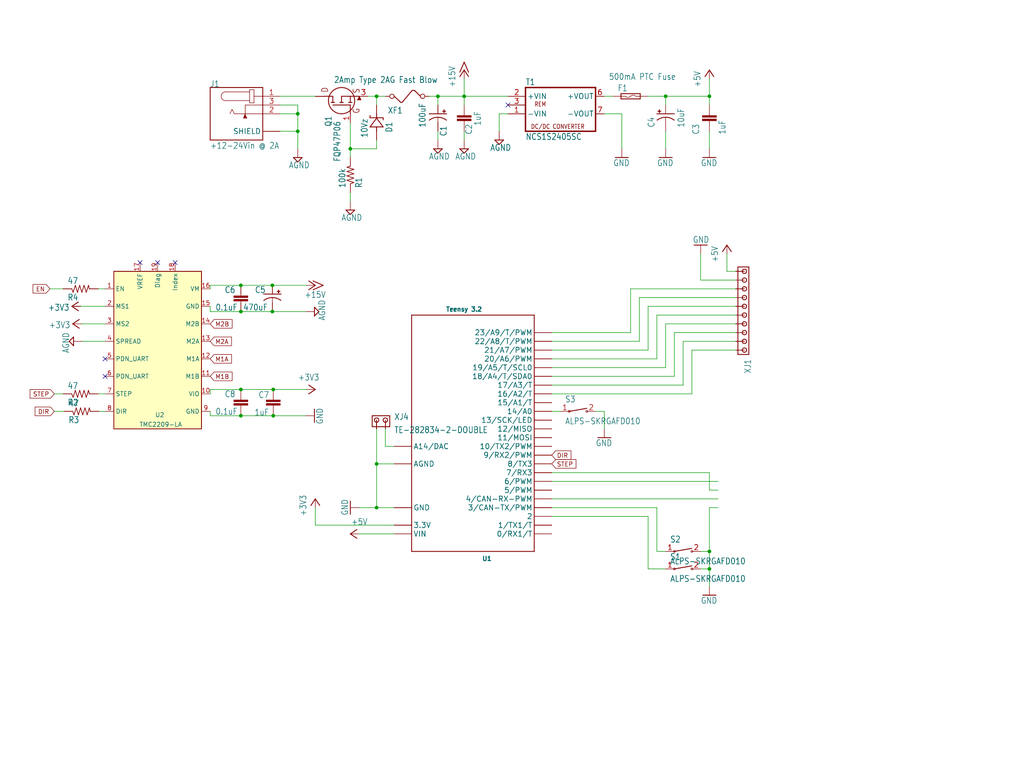
<source format=kicad_sch>
(kicad_sch (version 20250114) (generator "eeschema") (generator_version "9.0")
  (paper "User" 297.002 225.247)
  (lib_symbols
    (symbol "Driver_Motor:TMC2209-LA"
      (property "Reference" "U2" (at -0.762 -16.256 0))
      (property "Value" "TMC2209-LA" (at -5.334 -19.05 0))
      (symbol "TMC2209-LA_0_1"
        (rectangle (start -12.7 25.4) (end 12.7 -20.32) (stroke (width 0.254)) (fill (type background)))
      )
      (symbol "TMC2209-LA_1_1"
        (pin input line (at -15.24 20.32 0) (length 2.54) (name "EN") (number "1"))
        (pin input line (at -15.24 15.24 0) (length 2.54) (name "MS1") (number "2"))
        (pin input line (at -15.24 10.16 0) (length 2.54) (name "MS2") (number "3"))
        (pin input line (at -15.24 5.08 0) (length 2.54) (name "SPREAD") (number "4"))
        (pin input line (at -15.24 0 0) (length 2.54) (name "PDN_UART") (number "5"))
        (pin input line (at -15.24 -5.08 0) (length 2.54) (name "PDN_UART") (number "6"))
        (pin input line (at -15.24 -10.16 0) (length 2.54) (name "STEP") (number "7"))
        (pin input line (at -15.24 -15.24 0) (length 2.54) (name "DIR") (number "8"))
        (pin passive line (at -5.08 27.94 270) (length 2.54) (name "VREF") (number "17"))
        (pin passive line (at 0 27.94 270) (length 2.54) (name "Diag") (number "19"))
        (pin passive line (at 5.08 27.94 270) (length 2.54) (name "Index") (number "18"))
        (pin power_out line (at 15.24 20.32 180) (length 2.54) (name "VM") (number "16"))
        (pin input line (at 15.24 15.24 180) (length 2.54) (name "GND") (number "15"))
        (pin input line (at 15.24 10.16 180) (length 2.54) (name "M2B") (number "14"))
        (pin output line (at 15.24 5.08 180) (length 2.54) (name "M2A") (number "13"))
        (pin output line (at 15.24 0 180) (length 2.54) (name "M1A") (number "12"))
        (pin output line (at 15.24 -5.08 180) (length 2.54) (name "M1B") (number "11"))
        (pin output line (at 15.24 -10.16 180) (length 2.54) (name "VIO") (number "10"))
        (pin input line (at 15.24 -15.24 180) (length 2.54) (name "GND") (number "9"))
      )
    )
    (symbol "OpenSourceSyringePump-eagle-import:+15V" (power)
      (symbol "+15V_1_0"
        (polyline (pts (xy 0 2.286) (xy -1.27 -0.635)) (stroke (width 0.254)))
        (polyline (pts (xy 0 0) (xy -1.27 -1.905)) (stroke (width 0.254)))
        (polyline (pts (xy 1.27 -0.635) (xy 0 2.286)) (stroke (width 0.254)))
        (polyline (pts (xy 1.27 -1.905) (xy 0 0)) (stroke (width 0.254)))
        (pin power_in line (at 0 -2.54 90) (length 2.54) (name "+15V") (number "1"))
      )
    )
    (symbol "OpenSourceSyringePump-eagle-import:+3V3" (power)
      (symbol "+3V3_1_0"
        (polyline (pts (xy 0 0) (xy -1.27 -1.905)) (stroke (width 0.254)))
        (polyline (pts (xy 1.27 -1.905) (xy 0 0)) (stroke (width 0.254)))
        (pin power_in line (at 0 -2.54 90) (length 2.54) (name "+3V3") (number "1"))
      )
    )
    (symbol "OpenSourceSyringePump-eagle-import:+5V" (power)
      (symbol "+5V_1_0"
        (polyline (pts (xy 0 0) (xy -1.27 -1.905)) (stroke (width 0.254)))
        (polyline (pts (xy 1.27 -1.905) (xy 0 0)) (stroke (width 0.254)))
        (pin power_in line (at 0 -2.54 90) (length 2.54) (name "+5V") (number "1"))
      )
    )
    (symbol "OpenSourceSyringePump-eagle-import:AGND" (power)
      (symbol "AGND_1_0"
        (polyline (pts (xy -1.27 0) (xy 1.27 0)) (stroke (width 0.254)))
        (polyline (pts (xy 0 -1.27) (xy -1.27 0)) (stroke (width 0.254)))
        (polyline (pts (xy 1.27 0) (xy 0 -1.27)) (stroke (width 0.254)))
        (pin power_in line (at 0 2.54 270) (length 2.54) (name "AGND") (number "1"))
      )
    )
    (symbol "OpenSourceSyringePump-eagle-import:ALPS-SKRGAFD010"
      (property "Reference" "S" (at -3.81 2.54 0))
      (symbol "ALPS-SKRGAFD010_1_0"
        (circle (center -2.54 0) (radius 0.2839))
        (polyline (pts (xy -2.54 0) (xy 2.54 0.889)) (stroke (width 0.254)))
        (circle (center 2.54 0) (radius 0.2839))
        (pin passive line (at -5.08 0 0) (length 2.54) (name "1") (number "1"))
        (pin passive line (at 5.08 0 180) (length 2.54) (name "2") (number "2"))
      )
    )
    (symbol "OpenSourceSyringePump-eagle-import:BOURNS-MF-R025"
      (property "Reference" "F" (at -3.81 1.397 0))
      (symbol "BOURNS-MF-R025_1_0"
        (polyline (pts (xy -2.794 0.762) (xy -2.794 -0.762)) (stroke (width 0.254)))
        (polyline (pts (xy -2.794 -0.762) (xy 2.794 -0.762)) (stroke (width 0.254)))
        (polyline (pts (xy -2.54 0) (xy -1.524 0)) (stroke (width 0.1524)))
        (arc (start -0.0001 -0.0001) (mid -0.7621 -0.3266) (end -1.524 0) (stroke (width 0.1524)))
        (arc (start 0.0001 0.0001) (mid 0.7621 0.3266) (end 1.524 0) (stroke (width 0.1524)))
        (polyline (pts (xy 1.524 0) (xy 2.54 0)) (stroke (width 0.1524)))
        (polyline (pts (xy 2.794 0.762) (xy -2.794 0.762)) (stroke (width 0.254)))
        (polyline (pts (xy 2.794 -0.762) (xy 2.794 0.762)) (stroke (width 0.254)))
        (pin passive line (at -5.08 0 0) (length 2.54) (name "1") (number "1"))
        (pin passive line (at 5.08 0 180) (length 2.54) (name "2") (number "2"))
      )
    )
    (symbol "OpenSourceSyringePump-eagle-import:BZX79C10"
      (property "Reference" "D" (at -2.9464 2.6416 0))
      (symbol "BZX79C10_1_0"
        (polyline (pts (xy -1.27 1.905) (xy -1.27 0)) (stroke (width 0.254)))
        (polyline (pts (xy -1.27 0) (xy -2.54 0)) (stroke (width 0.254)))
        (polyline (pts (xy -1.27 0) (xy -1.27 -1.905)) (stroke (width 0.254)))
        (polyline (pts (xy -1.27 -1.905) (xy 1.27 0)) (stroke (width 0.254)))
        (polyline (pts (xy 1.27 0) (xy -1.27 1.905)) (stroke (width 0.254)))
        (polyline (pts (xy 1.27 0) (xy 2.54 0)) (stroke (width 0.254)))
        (polyline (pts (xy 1.397 1.905) (xy 0.762 1.905)) (stroke (width 0.254)))
        (polyline (pts (xy 1.397 1.905) (xy 1.397 -1.905)) (stroke (width 0.254)))
        (polyline (pts (xy 1.397 -1.905) (xy 2.032 -1.905)) (stroke (width 0.254)))
        (pin passive line (at -5.08 0 0) (length 2.54) (name "A") (number "A"))
        (pin passive line (at 5.08 0 180) (length 2.54) (name "C") (number "C"))
      )
    )
    (symbol "OpenSourceSyringePump-eagle-import:EEUFR1H101"
      (property "Reference" "C" (at -3.175 -4.064 90))
      (symbol "EEUFR1H101_1_0"
        (polyline (pts (xy -2.54 0) (xy 2.54 0)) (stroke (width 0.254)))
        (rectangle (start -2.253 0.668) (end -1.364 0.795) (fill (type outline)))
        (rectangle (start -1.872 0.287) (end -1.745 1.176) (fill (type outline)))
        (arc (start 0 -1) (mid 1.3158 -1.2195) (end 2.4892 -1.8541) (stroke (width 0.254)))
        (arc (start -2.4669 -1.8504) (mid -1.3021 -1.2303) (end 0 -1.0161) (stroke (width 0.254)))
        (polyline (pts (xy 0 -1.016) (xy 0 -2.54)) (stroke (width 0.1524)))
        (pin passive line (at 0 2.54 270) (length 2.54) (name "+") (number "+"))
        (pin passive line (at 0 -5.08 90) (length 2.54) (name "-") (number "-"))
      )
    )
    (symbol "OpenSourceSyringePump-eagle-import:FQP47P06"
      (property "Reference" "Q" (at 11.43 3.81 0))
      (symbol "FQP47P06_1_0"
        (polyline (pts (xy 2.54 0) (xy 5.08 0)) (stroke (width 0.254)))
        (polyline (pts (xy 5.08 5.08) (xy 5.08 0)) (stroke (width 0.254)))
        (polyline (pts (xy 5.842 5.588) (xy 5.842 4.572)) (stroke (width 0.254)))
        (polyline (pts (xy 5.842 2.032) (xy 5.842 3.048)) (stroke (width 0.254)))
        (polyline (pts (xy 5.842 0) (xy 7.62 0)) (stroke (width 0.254)))
        (polyline (pts (xy 5.842 -0.508) (xy 5.842 0.508)) (stroke (width 0.254)))
        (circle (center 6.35 2.54) (radius 3.81) (stroke (width 0.254)))
        (polyline (pts (xy 7.62 5.08) (xy 5.842 5.08)) (stroke (width 0.254)))
        (polyline (pts (xy 7.62 5.08) (xy 7.62 7.62)) (stroke (width 0.254)))
        (polyline (pts (xy 7.62 2.54) (xy 5.842 2.54)) (stroke (width 0.254)))
        (polyline (pts (xy 7.62 2.54) (xy 7.62 -2.54)) (stroke (width 0.254)))
        (polyline (pts (xy 7.62 -2.54) (xy 6.604 -3.048) (xy 6.604 -2.032)) (stroke (width 0.254)) (fill (type outline)))
        (text "G" (at 2.54 -2.794 0) (effects (font (size 1.778 1.5113)) (justify left bottom)))
        (text "S" (at 8.382 -2.794 0) (effects (font (size 1.778 1.5113)) (justify left bottom)))
        (text "D" (at 8.636 6.35 0) (effects (font (size 1.778 1.5113)) (justify left bottom)))
        (pin bidirectional line (at 0 0 0) (length 2.54) (name "G") (number "1"))
        (pin bidirectional line (at 7.62 10.16 270) (length 2.54) (name "D") (number "2"))
        (pin bidirectional line (at 7.62 10.16 270) (length 2.54) (name "D") (number "MH"))
        (pin bidirectional line (at 7.62 -5.08 90) (length 2.54) (name "S") (number "3"))
      )
    )
    (symbol "OpenSourceSyringePump-eagle-import:GND" (power)
      (symbol "GND_1_0"
        (polyline (pts (xy -1.905 0) (xy 1.905 0)) (stroke (width 0.254)))
        (pin power_in line (at 0 2.54 270) (length 2.54) (name "GND") (number "1"))
      )
    )
    (symbol "OpenSourceSyringePump-eagle-import:K105Z20Y5VF5TL2"
      (property "Reference" "C" (at -2.921 -6.096 90))
      (symbol "K105Z20Y5VF5TL2_1_0"
        (rectangle (start -2.032 -1.016) (end 2.032 -0.508) (fill (type outline)))
        (rectangle (start -2.032 -2.032) (end 2.032 -1.524) (fill (type outline)))
        (polyline (pts (xy 0 0) (xy 0 -0.508)) (stroke (width 0.1524)))
        (polyline (pts (xy 0 -2.54) (xy 0 -2.032)) (stroke (width 0.1524)))
        (pin passive line (at 0 2.54 270) (length 2.54) (name "1") (number "1"))
        (pin passive line (at 0 -5.08 90) (length 2.54) (name "2") (number "2"))
      )
    )
    (symbol "OpenSourceSyringePump-eagle-import:LITTLEFUSE-02540101Z"
      (property "Reference" "XF" (at -5.08 2.54 0))
      (symbol "LITTLEFUSE-02540101Z_1_0"
        (polyline (pts (xy -5.08 0) (xy -3.556 1.524)) (stroke (width 0.254)))
        (arc (start -3.5992 1.4912) (mid -3.3477 1.6657) (end -3.0479 1.7272) (stroke (width 0.254)))
        (arc (start -3.048 1.7272) (mid -2.7477 1.6658) (end -2.4959 1.491) (stroke (width 0.254)))
        (polyline (pts (xy 0 -1.524) (xy -2.54 1.524)) (stroke (width 0.254)))
        (arc (start 0.4572 -1.7778) (mid 0.1804 -1.7121) (end -0.0178 -1.508) (stroke (width 0.254)))
        (arc (start 0.8965 -1.4765) (mid 0.7195 -1.6894) (end 0.4572 -1.778) (stroke (width 0.254)))
        (polyline (pts (xy 0.889 -1.4986) (xy 2.4892 0)) (stroke (width 0.254)))
        (pin passive inverted (at -7.62 0 0) (length 2.54) (name "1") (number "1"))
        (pin passive inverted (at 5.08 0 180) (length 2.54) (name "2") (number "2"))
      )
    )
    (symbol "OpenSourceSyringePump-eagle-import:MURATA-NCS1S2405SC"
      (property "Reference" "T" (at -10.16 5.715 0))
      (symbol "MURATA-NCS1S2405SC_1_0"
        (polyline (pts (xy -10.16 5.08) (xy 10.16 5.08)) (stroke (width 0.4064)))
        (polyline (pts (xy -10.16 -7.62) (xy -10.16 5.08)) (stroke (width 0.4064)))
        (polyline (pts (xy 10.16 5.08) (xy 10.16 -7.62)) (stroke (width 0.4064)))
        (polyline (pts (xy 10.16 -7.62) (xy -10.16 -7.62)) (stroke (width 0.4064)))
        (text "DC/DC CONVERTER" (at -8.636 -6.985 0) (effects (font (size 1.27 1.0795)) (justify left bottom)))
        (text "REM" (at -7.62 -0.508 0) (effects (font (size 1.27 1.0795)) (justify left bottom)))
        (pin power_in line (at -15.24 2.54 0) (length 5.08) (name "+VIN") (number "2"))
        (pin bidirectional line (at -15.24 0 0) (length 5.08) (name "REM") (number "3"))
        (pin power_in line (at -15.24 -2.54 0) (length 5.08) (name "-VIN") (number "1"))
        (pin power_in line (at 12.7 2.54 180) (length 2.54) (name "+VOUT") (number "6"))
        (pin power_in line (at 12.7 -2.54 180) (length 2.54) (name "-VOUT") (number "7"))
      )
    )
    (symbol "OpenSourceSyringePump-eagle-import:PJ-079AH"
      (property "Reference" "J" (at -7.7135 7.6906 0))
      (symbol "PJ-079AH_1_0"
        (polyline (pts (xy -7.62 7.62) (xy 7.62 7.62)) (stroke (width 0.254)))
        (polyline (pts (xy -7.62 -7.62) (xy -7.62 7.62)) (stroke (width 0.254)))
        (polyline (pts (xy -3.175 6.35) (xy 3.81 6.35)) (stroke (width 0.1524)))
        (arc (start -3.175 3.81) (mid -4.445 5.08) (end -3.175 6.35) (stroke (width 0.1524)))
        (polyline (pts (xy -1.27 1.27) (xy -1.905 0)) (stroke (width 0.1524)))
        (polyline (pts (xy -0.635 0) (xy -1.27 1.27)) (stroke (width 0.1524)))
        (polyline (pts (xy 2.54 2.54) (xy 2.54 0)) (stroke (width 0.1524)))
        (polyline (pts (xy 2.54 2.54) (xy 7.62 2.54)) (stroke (width 0.1524)))
        (polyline (pts (xy 2.54 0) (xy -0.635 0)) (stroke (width 0.1524)))
        (polyline (pts (xy 2.54 0) (xy 7.62 0)) (stroke (width 0.1524)))
        (polyline (pts (xy 2.54 0) (xy 2.032 -1.27) (xy 3.048 -1.27)) (stroke (width 0.1524)) (fill (type outline)))
        (polyline (pts (xy 3.81 6.985) (xy 3.81 6.35)) (stroke (width 0.1524)))
        (polyline (pts (xy 3.81 6.35) (xy 3.81 3.81)) (stroke (width 0.1524)))
        (polyline (pts (xy 3.81 3.81) (xy -3.175 3.81)) (stroke (width 0.1524)))
        (polyline (pts (xy 3.81 3.81) (xy 3.81 3.175)) (stroke (width 0.1524)))
        (polyline (pts (xy 3.81 3.175) (xy 5.08 3.175)) (stroke (width 0.1524)))
        (polyline (pts (xy 5.08 6.985) (xy 3.81 6.985)) (stroke (width 0.1524)))
        (polyline (pts (xy 5.08 5.08) (xy 5.08 6.985)) (stroke (width 0.1524)))
        (polyline (pts (xy 5.08 5.08) (xy 7.62 5.08)) (stroke (width 0.1524)))
        (polyline (pts (xy 5.08 3.175) (xy 5.08 5.08)) (stroke (width 0.1524)))
        (polyline (pts (xy 7.62 7.62) (xy 7.62 5.08)) (stroke (width 0.254)))
        (polyline (pts (xy 7.62 5.08) (xy 7.62 2.54)) (stroke (width 0.254)))
        (polyline (pts (xy 7.62 2.54) (xy 7.62 0)) (stroke (width 0.254)))
        (polyline (pts (xy 7.62 0) (xy 7.62 -7.62)) (stroke (width 0.254)))
        (polyline (pts (xy 7.62 -7.62) (xy -7.62 -7.62)) (stroke (width 0.254)))
        (pin passive line (at 12.7 5.08 180) (length 5.08) (name "1") (number "1"))
        (pin passive line (at 12.7 2.54 180) (length 5.08) (name "3") (number "3"))
        (pin passive line (at 12.7 0 180) (length 5.08) (name "2") (number "2"))
        (pin passive line (at 12.7 -5.08 180) (length 5.08) (name "SHIELD") (number "S1"))
        (pin passive line (at 12.7 -5.08 180) (length 5.08) (name "SHIELD") (number "S2"))
      )
    )
    (symbol "OpenSourceSyringePump-eagle-import:RESISTOR.25W"
      (property "Reference" "R" (at -3.81 1.4986 0))
      (symbol "RESISTOR.25W_1_0"
        (polyline (pts (xy -2.54 0) (xy -2.159 1.016)) (stroke (width 0.2032)))
        (polyline (pts (xy -2.159 1.016) (xy -1.524 -1.016)) (stroke (width 0.2032)))
        (polyline (pts (xy -1.524 -1.016) (xy -0.889 1.016)) (stroke (width 0.2032)))
        (polyline (pts (xy -0.889 1.016) (xy -0.254 -1.016)) (stroke (width 0.2032)))
        (polyline (pts (xy -0.254 -1.016) (xy 0.381 1.016)) (stroke (width 0.2032)))
        (polyline (pts (xy 0.381 1.016) (xy 1.016 -1.016)) (stroke (width 0.2032)))
        (polyline (pts (xy 1.016 -1.016) (xy 1.651 1.016)) (stroke (width 0.2032)))
        (polyline (pts (xy 1.651 1.016) (xy 2.286 -1.016)) (stroke (width 0.2032)))
        (polyline (pts (xy 2.286 -1.016) (xy 2.54 0)) (stroke (width 0.2032)))
        (pin passive line (at -5.08 0 0) (length 2.54) (name "1") (number "1"))
        (pin passive line (at 5.08 0 180) (length 2.54) (name "2") (number "2"))
      )
    )
    (symbol "OpenSourceSyringePump-eagle-import:TAP106K025SCS"
      (property "Reference" "C" (at -3.175 -4.064 90))
      (symbol "TAP106K025SCS_1_0"
        (polyline (pts (xy -2.54 0) (xy 2.54 0)) (stroke (width 0.254)))
        (rectangle (start -2.253 0.668) (end -1.364 0.795) (fill (type outline)))
        (rectangle (start -1.872 0.287) (end -1.745 1.176) (fill (type outline)))
        (arc (start 0 -1) (mid 1.3158 -1.2195) (end 2.4892 -1.8541) (stroke (width 0.254)))
        (arc (start -2.4669 -1.8504) (mid -1.3021 -1.2303) (end 0 -1.0161) (stroke (width 0.254)))
        (polyline (pts (xy 0 -1.016) (xy 0 -2.54)) (stroke (width 0.1524)))
        (pin passive line (at 0 2.54 270) (length 2.54) (name "+") (number "+"))
        (pin passive line (at 0 -5.08 90) (length 2.54) (name "-") (number "-"))
      )
    )
    (symbol "OpenSourceSyringePump-eagle-import:TE-1-282834-0-DOUBLE"
      (property "Reference" "XJ" (at 25.4 0 0))
      (symbol "TE-1-282834-0-DOUBLE_1_0"
        (polyline (pts (xy -1.27 1.27) (xy -1.27 -1.905)) (stroke (width 0.254)))
        (polyline (pts (xy -1.27 1.27) (xy 24.13 1.27)) (stroke (width 0.254)))
        (circle (center 0 0) (radius 0.635) (stroke (width 0.254)))
        (circle (center 2.54 0) (radius 0.635) (stroke (width 0.254)))
        (circle (center 5.08 0) (radius 0.635) (stroke (width 0.254)))
        (circle (center 7.62 0) (radius 0.635) (stroke (width 0.254)))
        (circle (center 10.16 0) (radius 0.635) (stroke (width 0.254)))
        (circle (center 12.7 0) (radius 0.635) (stroke (width 0.254)))
        (circle (center 15.24 0) (radius 0.635) (stroke (width 0.254)))
        (circle (center 17.78 0) (radius 0.635) (stroke (width 0.254)))
        (circle (center 20.32 0) (radius 0.635) (stroke (width 0.254)))
        (circle (center 22.86 0) (radius 0.635) (stroke (width 0.254)))
        (polyline (pts (xy 24.13 -1.905) (xy -1.27 -1.905)) (stroke (width 0.254)))
        (polyline (pts (xy 24.13 -1.905) (xy 24.13 1.27)) (stroke (width 0.254)))
        (pin passive line (at 0 -2.54 90) (length 2.54) (name "1") (number "1"))
        (pin passive line (at 0 -2.54 90) (length 2.54) (name "1") (number "P$1"))
        (pin passive line (at 2.54 -2.54 90) (length 2.54) (name "2") (number "2"))
        (pin passive line (at 2.54 -2.54 90) (length 2.54) (name "2") (number "P$2"))
        (pin passive line (at 5.08 -2.54 90) (length 2.54) (name "3") (number "3"))
        (pin passive line (at 5.08 -2.54 90) (length 2.54) (name "3") (number "P$3"))
        (pin passive line (at 7.62 -2.54 90) (length 2.54) (name "4") (number "4"))
        (pin passive line (at 7.62 -2.54 90) (length 2.54) (name "4") (number "P$4"))
        (pin passive line (at 10.16 -2.54 90) (length 2.54) (name "5") (number "5"))
        (pin passive line (at 10.16 -2.54 90) (length 2.54) (name "5") (number "P$5"))
        (pin passive line (at 12.7 -2.54 90) (length 2.54) (name "6") (number "6"))
        (pin passive line (at 12.7 -2.54 90) (length 2.54) (name "6") (number "P$6"))
        (pin passive line (at 15.24 -2.54 90) (length 2.54) (name "7") (number "7"))
        (pin passive line (at 15.24 -2.54 90) (length 2.54) (name "7") (number "P$7"))
        (pin passive line (at 17.78 -2.54 90) (length 2.54) (name "8") (number "8"))
        (pin passive line (at 17.78 -2.54 90) (length 2.54) (name "8") (number "P$8"))
        (pin passive line (at 20.32 -2.54 90) (length 2.54) (name "9") (number "9"))
        (pin passive line (at 20.32 -2.54 90) (length 2.54) (name "9") (number "P$9"))
        (pin passive line (at 22.86 -2.54 90) (length 2.54) (name "10") (number "10"))
        (pin passive line (at 22.86 -2.54 90) (length 2.54) (name "10") (number "P$10"))
      )
    )
    (symbol "OpenSourceSyringePump-eagle-import:TE-282834-2-DOUBLE"
      (property "Reference" "XJ" (at 5.08 0 0))
      (symbol "TE-282834-2-DOUBLE_1_0"
        (polyline (pts (xy -1.27 1.27) (xy -1.27 -1.905)) (stroke (width 0.254)))
        (polyline (pts (xy -1.27 1.27) (xy 3.81 1.27)) (stroke (width 0.254)))
        (circle (center 0 0) (radius 0.635) (stroke (width 0.254)))
        (circle (center 2.54 0) (radius 0.635) (stroke (width 0.254)))
        (polyline (pts (xy 3.81 -1.905) (xy -1.27 -1.905)) (stroke (width 0.254)))
        (polyline (pts (xy 3.81 -1.905) (xy 3.81 1.27)) (stroke (width 0.254)))
        (pin passive line (at 0 -2.54 90) (length 2.54) (name "1") (number "1"))
        (pin passive line (at 0 -2.54 90) (length 2.54) (name "1") (number "P$1"))
        (pin passive line (at 2.54 -2.54 90) (length 2.54) (name "2") (number "2"))
        (pin passive line (at 2.54 -2.54 90) (length 2.54) (name "2") (number "P$2"))
      )
    )
    (symbol "OpenSourceSyringePump-eagle-import:TEENSY_3.1-3.2_OUTER_ROW"
      (property "Reference" "U" (at -5.588 34.29 0))
      (symbol "TEENSY_3.1-3.2_OUTER_ROW_1_0"
        (polyline (pts (xy -17.78 33.02) (xy -17.78 -35.56)) (stroke (width 0.254)))
        (polyline (pts (xy -17.78 -35.56) (xy 17.78 -35.56)) (stroke (width 0.254)))
        (polyline (pts (xy 17.78 33.02) (xy -17.78 33.02)) (stroke (width 0.254)))
        (polyline (pts (xy 17.78 -35.56) (xy 17.78 33.02)) (stroke (width 0.254)))
        (pin bidirectional line (at -22.86 27.94 0) (length 5.08) (name "0/RX1/T") (number "0"))
        (pin bidirectional line (at -22.86 25.4 0) (length 5.08) (name "1/TX1/T") (number "1"))
        (pin bidirectional line (at -22.86 22.86 0) (length 5.08) (name "2") (number "2"))
        (pin bidirectional line (at -22.86 20.32 0) (length 5.08) (name "3/CAN-TX/PWM") (number "3"))
        (pin bidirectional line (at -22.86 17.78 0) (length 5.08) (name "4/CAN-RX-PWM") (number "4"))
        (pin bidirectional line (at -22.86 15.24 0) (length 5.08) (name "5/PWM") (number "5"))
        (pin bidirectional line (at -22.86 12.7 0) (length 5.08) (name "6/PWM") (number "6"))
        (pin bidirectional line (at -22.86 10.16 0) (length 5.08) (name "7/RX3") (number "7"))
        (pin bidirectional line (at -22.86 7.62 0) (length 5.08) (name "8/TX3") (number "8"))
        (pin bidirectional line (at -22.86 5.08 0) (length 5.08) (name "9/RX2/PWM") (number "9"))
        (pin bidirectional line (at -22.86 2.54 0) (length 5.08) (name "10/TX2/PWM") (number "10"))
        (pin bidirectional line (at -22.86 0 0) (length 5.08) (name "11/MOSI") (number "11"))
        (pin bidirectional line (at -22.86 -2.54 0) (length 5.08) (name "12/MISO") (number "12"))
        (pin bidirectional line (at -22.86 -5.08 0) (length 5.08) (name "13/SCK/LED") (number "13"))
        (pin bidirectional line (at -22.86 -7.62 0) (length 5.08) (name "14/A0") (number "14/A0"))
        (pin bidirectional line (at -22.86 -10.16 0) (length 5.08) (name "15/A1/T") (number "15/A1"))
        (pin bidirectional line (at -22.86 -12.7 0) (length 5.08) (name "16/A2/T") (number "16/A2"))
        (pin bidirectional line (at -22.86 -15.24 0) (length 5.08) (name "17/A3/T") (number "17/A3"))
        (pin bidirectional line (at -22.86 -17.78 0) (length 5.08) (name "18/A4/T/SDA0") (number "18/A4"))
        (pin bidirectional line (at -22.86 -20.32 0) (length 5.08) (name "19/A5/T/SCL0") (number "19/A5"))
        (pin bidirectional line (at -22.86 -22.86 0) (length 5.08) (name "20/A6/PWM") (number "20/A6"))
        (pin bidirectional line (at -22.86 -25.4 0) (length 5.08) (name "21/A7/PWM") (number "21/A7"))
        (pin bidirectional line (at -22.86 -27.94 0) (length 5.08) (name "22/A8/T/PWM") (number "22/A8"))
        (pin bidirectional line (at -22.86 -30.48 0) (length 5.08) (name "23/A9/T/PWM") (number "23/A9"))
        (pin power_in line (at 22.86 27.94 180) (length 5.08) (name "VIN") (number "VIN"))
        (pin power_in line (at 22.86 25.4 180) (length 5.08) (name "3.3V") (number "3.3V"))
        (pin power_in line (at 22.86 20.32 180) (length 5.08) (name "GND") (number "GND"))
        (pin power_in line (at 22.86 7.62 180) (length 5.08) (name "AGND") (number "AGND"))
        (pin bidirectional line (at 22.86 2.54 180) (length 5.08) (name "A14/DAC") (number "RESET/DAC"))
      )
    )
  )
  (junction (at 79.248 120.65))
  (junction (at 101.6 43.18))
  (junction (at 127 27.94))
  (junction (at 78.994 82.804))
  (junction (at 205.74 27.94))
  (junction (at 86.36 38.1))
  (junction (at 79.248 113.03))
  (junction (at 109.22 147.32))
  (junction (at 69.85 113.03))
  (junction (at 69.85 120.65))
  (junction (at 205.74 165.1))
  (junction (at 69.85 90.424))
  (junction (at 109.22 27.94))
  (junction (at 193.04 27.94))
  (junction (at 134.62 27.94))
  (junction (at 109.22 134.62))
  (junction (at 205.74 160.02))
  (junction (at 78.994 90.424))
  (junction (at 69.85 82.804))
  (junction (at 86.36 33.02))
  (no_connect (at 40.64 76.2))
  (no_connect (at 147.32 30.48))
  (no_connect (at 30.48 104.14))
  (no_connect (at 45.72 76.2))
  (no_connect (at 50.8 76.2))
  (no_connect (at 30.48 109.22))
  (wire (pts (xy 185.42 99.06) (xy 185.42 86.36)) (stroke (width 0.1524)))
  (wire (pts (xy 15.748 114.3) (xy 18.288 114.3)))
  (wire (pts (xy 190.5 104.14) (xy 190.5 91.44)) (stroke (width 0.1524)))
  (wire (pts (xy 198.12 99.06) (xy 213.36 99.06)) (stroke (width 0.1524)))
  (wire (pts (xy 182.88 83.82) (xy 213.36 83.82)) (stroke (width 0.1524)))
  (wire (pts (xy 28.448 83.82) (xy 30.48 83.82)))
  (wire (pts (xy 134.62 30.48) (xy 134.62 27.94)) (stroke (width 0.1524)))
  (wire (pts (xy 134.62 38.1) (xy 134.62 40.64)) (stroke (width 0.1524)))
  (wire (pts (xy 109.22 27.94) (xy 111.76 27.94)) (stroke (width 0.1524)))
  (wire (pts (xy 60.96 119.38) (xy 60.96 120.65)))
  (wire (pts (xy 193.04 160.02) (xy 190.5 160.02)) (stroke (width 0.1524)))
  (wire (pts (xy 101.6 55.88) (xy 101.6 58.42)) (stroke (width 0.1524)))
  (wire (pts (xy 205.74 137.16) (xy 205.74 142.24)) (stroke (width 0.1524)))
  (wire (pts (xy 205.74 30.48) (xy 205.74 27.94)) (stroke (width 0.1524)))
  (wire (pts (xy 127 38.1) (xy 127 40.64)) (stroke (width 0.1524)))
  (wire (pts (xy 205.74 27.94) (xy 205.74 22.86)) (stroke (width 0.1524)))
  (wire (pts (xy 23.368 88.9) (xy 30.48 88.9)))
  (wire (pts (xy 193.04 38.1) (xy 193.04 43.18)) (stroke (width 0.1524)))
  (wire (pts (xy 160.02 119.38) (xy 162.56 119.38)) (stroke (width 0.1524)))
  (wire (pts (xy 185.42 86.36) (xy 213.36 86.36)) (stroke (width 0.1524)))
  (wire (pts (xy 160.02 99.06) (xy 185.42 99.06)) (stroke (width 0.1524)))
  (wire (pts (xy 208.28 147.32) (xy 205.74 147.32)) (stroke (width 0.1524)))
  (wire (pts (xy 78.994 82.804) (xy 88.9 82.804)))
  (wire (pts (xy 180.34 33.02) (xy 175.26 33.02)) (stroke (width 0.1524)))
  (wire (pts (xy 160.02 104.14) (xy 190.5 104.14)) (stroke (width 0.1524)))
  (wire (pts (xy 106.68 27.94) (xy 109.22 27.94)) (stroke (width 0.1524)))
  (wire (pts (xy 60.96 90.424) (xy 60.96 88.9)))
  (wire (pts (xy 190.5 147.32) (xy 160.02 147.32)) (stroke (width 0.1524)))
  (wire (pts (xy 193.04 93.98) (xy 213.36 93.98)) (stroke (width 0.1524)))
  (wire (pts (xy 114.3 134.62) (xy 109.22 134.62)) (stroke (width 0.1524)))
  (wire (pts (xy 69.85 120.65) (xy 79.248 120.65)))
  (wire (pts (xy 205.74 165.1) (xy 205.74 170.18)) (stroke (width 0.1524)))
  (wire (pts (xy 86.36 33.02) (xy 86.36 38.1)) (stroke (width 0.1524)))
  (wire (pts (xy 28.448 114.3) (xy 30.48 114.3)))
  (wire (pts (xy 200.66 101.6) (xy 213.36 101.6)) (stroke (width 0.1524)))
  (wire (pts (xy 114.3 154.94) (xy 104.14 154.94)) (stroke (width 0.1524)))
  (wire (pts (xy 111.76 124.46) (xy 111.76 129.54)) (stroke (width 0.1524)))
  (wire (pts (xy 127 30.48) (xy 127 27.94)) (stroke (width 0.1524)))
  (wire (pts (xy 205.74 38.1) (xy 205.74 43.18)) (stroke (width 0.1524)))
  (wire (pts (xy 101.6 35.56) (xy 101.6 43.18)) (stroke (width 0.1524)))
  (wire (pts (xy 81.28 33.02) (xy 86.36 33.02)) (stroke (width 0.1524)))
  (wire (pts (xy 210.82 73.66) (xy 210.82 78.74)) (stroke (width 0.1524)))
  (wire (pts (xy 109.22 40.64) (xy 109.22 43.18)) (stroke (width 0.1524)))
  (wire (pts (xy 160.02 137.16) (xy 205.74 137.16)) (stroke (width 0.1524)))
  (wire (pts (xy 79.248 120.65) (xy 88.646 120.65)))
  (wire (pts (xy 78.994 90.424) (xy 88.646 90.424)))
  (wire (pts (xy 69.85 113.03) (xy 79.248 113.03)))
  (wire (pts (xy 160.02 114.3) (xy 200.66 114.3)) (stroke (width 0.1524)))
  (wire (pts (xy 160.02 106.68) (xy 193.04 106.68)) (stroke (width 0.1524)))
  (wire (pts (xy 205.74 147.32) (xy 205.74 160.02)) (stroke (width 0.1524)))
  (wire (pts (xy 109.22 30.48) (xy 109.22 27.94)) (stroke (width 0.1524)))
  (wire (pts (xy 160.02 111.76) (xy 198.12 111.76)) (stroke (width 0.1524)))
  (wire (pts (xy 172.72 119.38) (xy 175.26 119.38)) (stroke (width 0.1524)))
  (wire (pts (xy 111.76 129.54) (xy 114.3 129.54)) (stroke (width 0.1524)))
  (wire (pts (xy 69.85 90.424) (xy 78.994 90.424)))
  (wire (pts (xy 160.02 101.6) (xy 187.96 101.6)) (stroke (width 0.1524)))
  (wire (pts (xy 91.44 152.4) (xy 91.44 147.32)) (stroke (width 0.1524)))
  (wire (pts (xy 203.2 81.28) (xy 213.36 81.28)) (stroke (width 0.1524)))
  (wire (pts (xy 203.2 73.66) (xy 203.2 81.28)) (stroke (width 0.1524)))
  (wire (pts (xy 144.78 33.02) (xy 144.78 38.1)) (stroke (width 0.1524)))
  (wire (pts (xy 200.66 114.3) (xy 200.66 101.6)) (stroke (width 0.1524)))
  (wire (pts (xy 28.702 119.38) (xy 30.48 119.38)))
  (wire (pts (xy 187.96 149.86) (xy 187.96 165.1)) (stroke (width 0.1524)))
  (wire (pts (xy 160.02 109.22) (xy 195.58 109.22)) (stroke (width 0.1524)))
  (wire (pts (xy 205.74 160.02) (xy 205.74 165.1)) (stroke (width 0.1524)))
  (wire (pts (xy 86.36 30.48) (xy 86.36 33.02)) (stroke (width 0.1524)))
  (wire (pts (xy 205.74 142.24) (xy 208.28 142.24)) (stroke (width 0.1524)))
  (wire (pts (xy 60.96 113.03) (xy 60.96 114.3)))
  (wire (pts (xy 124.46 27.94) (xy 127 27.94)) (stroke (width 0.1524)))
  (wire (pts (xy 81.28 27.94) (xy 91.44 27.94)) (stroke (width 0.1524)))
  (wire (pts (xy 86.36 38.1) (xy 86.36 43.18)) (stroke (width 0.1524)))
  (wire (pts (xy 109.22 147.32) (xy 104.14 147.32)) (stroke (width 0.1524)))
  (wire (pts (xy 134.62 22.86) (xy 134.62 27.94)) (stroke (width 0.1524)))
  (wire (pts (xy 210.82 78.74) (xy 213.36 78.74)) (stroke (width 0.1524)))
  (wire (pts (xy 193.04 30.48) (xy 193.04 27.94)) (stroke (width 0.1524)))
  (wire (pts (xy 187.96 88.9) (xy 213.36 88.9)) (stroke (width 0.1524)))
  (wire (pts (xy 190.5 160.02) (xy 190.5 147.32)) (stroke (width 0.1524)))
  (wire (pts (xy 60.96 113.03) (xy 69.85 113.03)))
  (wire (pts (xy 160.02 149.86) (xy 187.96 149.86)) (stroke (width 0.1524)))
  (wire (pts (xy 109.22 134.62) (xy 109.22 147.32)) (stroke (width 0.1524)))
  (wire (pts (xy 114.3 147.32) (xy 109.22 147.32)) (stroke (width 0.1524)))
  (wire (pts (xy 193.04 106.68) (xy 193.04 93.98)) (stroke (width 0.1524)))
  (wire (pts (xy 114.3 152.4) (xy 91.44 152.4)) (stroke (width 0.1524)))
  (wire (pts (xy 182.88 96.52) (xy 182.88 83.82)) (stroke (width 0.1524)))
  (wire (pts (xy 193.04 27.94) (xy 205.74 27.94)) (stroke (width 0.1524)))
  (wire (pts (xy 134.62 27.94) (xy 147.32 27.94)) (stroke (width 0.1524)))
  (wire (pts (xy 60.96 82.804) (xy 60.96 83.82)))
  (wire (pts (xy 81.28 38.1) (xy 86.36 38.1)) (stroke (width 0.1524)))
  (wire (pts (xy 180.34 43.18) (xy 180.34 33.02)) (stroke (width 0.1524)))
  (wire (pts (xy 160.02 139.7) (xy 208.28 139.7)) (stroke (width 0.1524)))
  (wire (pts (xy 208.28 144.78) (xy 160.02 144.78)) (stroke (width 0.1524)))
  (wire (pts (xy 203.2 160.02) (xy 205.74 160.02)) (stroke (width 0.1524)))
  (wire (pts (xy 187.96 165.1) (xy 193.04 165.1)) (stroke (width 0.1524)))
  (wire (pts (xy 195.58 109.22) (xy 195.58 96.52)) (stroke (width 0.1524)))
  (wire (pts (xy 60.96 120.65) (xy 69.85 120.65)))
  (wire (pts (xy 14.478 83.82) (xy 18.288 83.82)))
  (wire (pts (xy 187.96 101.6) (xy 187.96 88.9)) (stroke (width 0.1524)))
  (wire (pts (xy 60.96 90.424) (xy 69.85 90.424)))
  (wire (pts (xy 203.2 165.1) (xy 205.74 165.1)) (stroke (width 0.1524)))
  (wire (pts (xy 175.26 27.94) (xy 177.8 27.94)) (stroke (width 0.1524)))
  (wire (pts (xy 109.22 43.18) (xy 101.6 43.18)) (stroke (width 0.1524)))
  (wire (pts (xy 147.32 33.02) (xy 144.78 33.02)) (stroke (width 0.1524)))
  (wire (pts (xy 81.28 30.48) (xy 86.36 30.48)) (stroke (width 0.1524)))
  (wire (pts (xy 109.22 124.46) (xy 109.22 134.62)) (stroke (width 0.1524)))
  (wire (pts (xy 190.5 91.44) (xy 213.36 91.44)) (stroke (width 0.1524)))
  (wire (pts (xy 23.622 93.98) (xy 30.48 93.98)))
  (wire (pts (xy 175.26 119.38) (xy 175.26 124.46)) (stroke (width 0.1524)))
  (wire (pts (xy 198.12 111.76) (xy 198.12 99.06)) (stroke (width 0.1524)))
  (wire (pts (xy 160.02 96.52) (xy 182.88 96.52)) (stroke (width 0.1524)))
  (wire (pts (xy 23.876 99.06) (xy 30.48 99.06)))
  (wire (pts (xy 127 27.94) (xy 134.62 27.94)) (stroke (width 0.1524)))
  (wire (pts (xy 15.748 119.38) (xy 18.542 119.38)))
  (wire (pts (xy 79.248 113.03) (xy 88.9 113.03)))
  (wire (pts (xy 60.96 82.804) (xy 69.85 82.804)))
  (wire (pts (xy 195.58 96.52) (xy 213.36 96.52)) (stroke (width 0.1524)))
  (wire (pts (xy 69.85 82.804) (xy 78.994 82.804)))
  (wire (pts (xy 187.96 27.94) (xy 193.04 27.94)) (stroke (width 0.1524)))
  (wire (pts (xy 101.6 43.18) (xy 101.6 45.72)) (stroke (width 0.1524)))
  (global_label "STEP" (shape input) (at 15.748 114.3 180) (property "Intersheetrefs" "${INTERSHEET_REFS}" (effects (hide yes))))
  (global_label "M1B" (shape input) (at 60.96 109.22 0) (property "Intersheetrefs" "${INTERSHEET_REFS}" (effects (hide yes))))
  (global_label "DIR" (shape input) (at 160.02 132.08 0) (property "Intersheetrefs" "${INTERSHEET_REFS}" (effects (hide yes))))
  (global_label "M1A" (shape input) (at 60.96 104.14 0) (property "Intersheetrefs" "${INTERSHEET_REFS}" (effects (hide yes))))
  (global_label "EN" (shape input) (at 14.478 83.82 180) (property "Intersheetrefs" "${INTERSHEET_REFS}" (effects (hide yes))))
  (global_label "M2B" (shape input) (at 60.96 93.98 0) (property "Intersheetrefs" "${INTERSHEET_REFS}" (effects (hide yes))))
  (global_label "M2A" (shape input) (at 60.96 99.06 0) (property "Intersheetrefs" "${INTERSHEET_REFS}" (effects (hide yes))))
  (global_label "DIR" (shape input) (at 15.748 119.38 180) (property "Intersheetrefs" "${INTERSHEET_REFS}" (effects (hide yes))))
  (global_label "STEP" (shape input) (at 160.02 134.62 0) (property "Intersheetrefs" "${INTERSHEET_REFS}" (effects (hide yes))))
  (symbol (lib_id "OpenSourceSyringePump-eagle-import:GND") (at 203.2 71.12 180) (unit 1)
    (property "Reference" "#GND9" (effects (hide yes)))
    (property "Value" "GND" (at 205.74 68.58 0) (effects (font (size 1.778 1.5113)) (justify left bottom)))
  )
  (symbol (lib_id "OpenSourceSyringePump-eagle-import:RESISTOR.25W") (at 101.6 50.8 270) (mirror x) (unit 1)
    (property "Reference" "R1" (at 103.0986 54.61 0) (effects (font (size 1.778 1.5113)) (justify left bottom)))
    (property "Value" "100k" (at 98.298 54.61 0) (effects (font (size 1.778 1.5113)) (justify left bottom)))
    (property "Footprint" "OpenSourceSyringePump:0204_7" (effects (hide yes)))
  )
  (symbol (lib_id "OpenSourceSyringePump-eagle-import:K105Z20Y5VF5TL2") (at 69.85 85.344 0) (mirror y) (unit 1)
    (property "Reference" "C6" (at 68.326 85.09 0) (effects (font (size 1.778 1.5113)) (justify left bottom)))
    (property "Value" "0.1uF" (at 68.961 90.17 0) (effects (font (size 1.778 1.5113)) (justify left bottom)))
    (property "Footprint" "OpenSourceSyringePump:K105Z20Y5VF5TL2" (effects (hide yes)))
  )
  (symbol (lib_id "OpenSourceSyringePump-eagle-import:+3V3") (at 20.828 88.9 90) (unit 1)
    (property "Reference" "#U$04" (effects (hide yes)))
    (property "Value" "+3V3" (at 20.193 88.265 90) (effects (font (size 1.778 1.5113)) (justify left bottom)))
  )
  (symbol (lib_id "OpenSourceSyringePump-eagle-import:BOURNS-MF-R025") (at 182.88 27.94 0) (unit 1)
    (property "Reference" "F1" (at 179.07 26.543 0) (effects (font (size 1.778 1.5113)) (justify left bottom)))
    (property "Value" "500mA PTC Fuse" (at 176.53 23.241 0) (effects (font (size 1.778 1.5113)) (justify left bottom)))
    (property "Footprint" "OpenSourceSyringePump:BOURNS-MF-R025" (effects (hide yes)))
  )
  (symbol (lib_id "OpenSourceSyringePump-eagle-import:+15V") (at 134.62 20.32 0) (unit 1)
    (property "Reference" "#U$3" (effects (hide yes)))
    (property "Value" "+15V" (at 132.08 25.4 90) (effects (font (size 1.778 1.5113)) (justify left bottom)))
  )
  (symbol (lib_id "OpenSourceSyringePump-eagle-import:AGND") (at 127 43.18 0) (unit 1)
    (property "Reference" "#SUPPLY2" (effects (hide yes)))
    (property "Value" "AGND" (at 124.333 46.355 0) (effects (font (size 1.778 1.5113)) (justify left bottom)))
  )
  (symbol (lib_id "OpenSourceSyringePump-eagle-import:EEUFR1H101") (at 78.994 85.344 0) (mirror y) (unit 1)
    (property "Reference" "C5" (at 77.089 85.09 0) (effects (font (size 1.778 1.5113)) (justify left bottom)))
    (property "Value" "470uF" (at 77.724 90.17 0) (effects (font (size 1.778 1.5113)) (justify left bottom)))
    (property "Footprint" "OpenSourceSyringePump:EEUFR1H101" (effects (hide yes)))
  )
  (symbol (lib_id "OpenSourceSyringePump-eagle-import:GND") (at 91.186 120.65 90) (unit 1)
    (property "Reference" "#GND012" (effects (hide yes)))
    (property "Value" "GND" (at 93.726 123.19 0) (effects (font (size 1.778 1.5113)) (justify left bottom)))
  )
  (symbol (lib_id "OpenSourceSyringePump-eagle-import:EEUFR1H101") (at 127 33.02 0) (mirror y) (unit 1)
    (property "Reference" "C1" (at 127.635 39.624 90) (effects (font (size 1.778 1.5113)) (justify left bottom)))
    (property "Value" "100uF" (at 121.539 37.084 90) (effects (font (size 1.778 1.5113)) (justify left bottom)))
    (property "Footprint" "OpenSourceSyringePump:EEUFR1H101" (effects (hide yes)))
  )
  (symbol (lib_id "OpenSourceSyringePump-eagle-import:BZX79C10") (at 109.22 35.56 270) (mirror x) (unit 1)
    (property "Reference" "D1" (at 111.8616 38.5064 0) (effects (font (size 1.778 1.5113)) (justify left bottom)))
    (property "Value" "10Vz" (at 104.7242 40.0304 0) (effects (font (size 1.778 1.5113)) (justify left bottom)))
    (property "Footprint" "OpenSourceSyringePump:BZX79C10" (effects (hide yes)))
  )
  (symbol (lib_id "OpenSourceSyringePump-eagle-import:RESISTOR.25W") (at 23.622 119.38 0) (mirror x) (unit 1)
    (property "Reference" "R3" (at 19.812 120.8786 0) (effects (font (size 1.778 1.5113)) (justify left bottom)))
    (property "Value" "47" (at 19.812 116.078 0) (effects (font (size 1.778 1.5113)) (justify left bottom)))
    (property "Footprint" "OpenSourceSyringePump:0204_7" (effects (hide yes)))
  )
  (symbol (lib_id "OpenSourceSyringePump-eagle-import:ALPS-SKRGAFD010") (at 167.64 119.38 0) (unit 1)
    (property "Reference" "S3" (at 163.83 116.84 0) (effects (font (size 1.778 1.5113)) (justify left bottom)))
    (property "Value" "ALPS-SKRGAFD010" (at 163.83 123.19 0) (effects (font (size 1.778 1.5113)) (justify left bottom)))
    (property "Footprint" "OpenSourceSyringePump:ALPS-SKRGAFD010" (effects (hide yes)))
  )
  (symbol (lib_id "OpenSourceSyringePump-eagle-import:K105Z20Y5VF5TL2") (at 69.85 115.57 0) (mirror y) (unit 1)
    (property "Reference" "C8" (at 68.326 115.316 0) (effects (font (size 1.778 1.5113)) (justify left bottom)))
    (property "Value" "0.1uF" (at 68.961 120.396 0) (effects (font (size 1.778 1.5113)) (justify left bottom)))
    (property "Footprint" "OpenSourceSyringePump:K105Z20Y5VF5TL2" (effects (hide yes)))
  )
  (symbol (lib_id "OpenSourceSyringePump-eagle-import:ALPS-SKRGAFD010") (at 198.12 160.02 0) (unit 1)
    (property "Reference" "S2" (at 194.31 157.48 0) (effects (font (size 1.778 1.5113)) (justify left bottom)))
    (property "Value" "ALPS-SKRGAFD010" (at 194.31 163.83 0) (effects (font (size 1.778 1.5113)) (justify left bottom)))
    (property "Footprint" "OpenSourceSyringePump:ALPS-SKRGAFD010" (effects (hide yes)))
  )
  (symbol (lib_id "OpenSourceSyringePump-eagle-import:+3V3") (at 21.082 93.98 90) (unit 1)
    (property "Reference" "#U$09" (effects (hide yes)))
    (property "Value" "+3V3" (at 20.447 93.345 90) (effects (font (size 1.778 1.5113)) (justify left bottom)))
  )
  (symbol (lib_id "OpenSourceSyringePump-eagle-import:+5V") (at 205.74 20.32 0) (unit 1)
    (property "Reference" "#U$1" (effects (hide yes)))
    (property "Value" "+5V" (at 203.2 25.4 90) (effects (font (size 1.778 1.5113)) (justify left bottom)))
  )
  (symbol (lib_id "OpenSourceSyringePump-eagle-import:RESISTOR.25W") (at 23.368 114.3 0) (mirror x) (unit 1)
    (property "Reference" "R2" (at 19.558 115.7986 0) (effects (font (size 1.778 1.5113)) (justify left bottom)))
    (property "Value" "47" (at 19.558 110.998 0) (effects (font (size 1.778 1.5113)) (justify left bottom)))
    (property "Footprint" "OpenSourceSyringePump:0204_7" (effects (hide yes)))
  )
  (symbol (lib_id "OpenSourceSyringePump-eagle-import:TE-282834-2-DOUBLE") (at 109.22 121.92 0) (unit 1)
    (property "Reference" "XJ4" (at 114.3 121.92 0) (effects (font (size 1.778 1.5113)) (justify left bottom)))
    (property "Value" "TE-282834-2-DOUBLE" (at 114.3 125.73 0) (effects (font (size 1.778 1.5113)) (justify left bottom)))
    (property "Footprint" "OpenSourceSyringePump:TE-282834-2-DOUBLE" (effects (hide yes)))
  )
  (symbol (lib_id "OpenSourceSyringePump-eagle-import:TAP106K025SCS") (at 193.04 33.02 0) (unit 1)
    (property "Reference" "C4" (at 189.865 37.084 90) (effects (font (size 1.778 1.5113)) (justify left bottom)))
    (property "Value" "10uF" (at 198.501 37.084 90) (effects (font (size 1.778 1.5113)) (justify left bottom)))
    (property "Footprint" "OpenSourceSyringePump:TAP106K025SCS" (effects (hide yes)))
  )
  (symbol (lib_id "OpenSourceSyringePump-eagle-import:AGND") (at 101.6 60.96 0) (unit 1)
    (property "Reference" "#SUPPLY1" (effects (hide yes)))
    (property "Value" "AGND" (at 98.933 64.135 0) (effects (font (size 1.778 1.5113)) (justify left bottom)))
  )
  (symbol (lib_id "OpenSourceSyringePump-eagle-import:PJ-079AH") (at 68.58 33.02 0) (unit 1)
    (property "Reference" "J1" (at 60.8665 25.3294 0) (effects (font (size 1.7838 1.5162)) (justify left bottom)))
    (property "Value" "+12-24Vin @ 2A" (at 60.8829 43.2411 0) (effects (font (size 1.7813 1.5141)) (justify left bottom)))
    (property "Footprint" "OpenSourceSyringePump:CUI_PJ-079AH" (effects (hide yes)))
  )
  (symbol (lib_id "OpenSourceSyringePump-eagle-import:K105Z20Y5VF5TL2") (at 205.74 33.02 0) (unit 1)
    (property "Reference" "C3" (at 202.819 39.116 90) (effects (font (size 1.778 1.5113)) (justify left bottom)))
    (property "Value" "1uF" (at 210.439 39.116 90) (effects (font (size 1.778 1.5113)) (justify left bottom)))
    (property "Footprint" "OpenSourceSyringePump:K105Z20Y5VF5TL2" (effects (hide yes)))
  )
  (symbol (lib_id "OpenSourceSyringePump-eagle-import:TE-1-282834-0-DOUBLE") (at 215.9 78.74 270) (unit 1)
    (property "Reference" "XJ1" (at 215.9 104.14 0) (effects (font (size 1.778 1.5113)) (justify left bottom)))
    (property "Value" "TE-1-282834-0-DOUBLE" (effects (hide yes)))
    (property "Footprint" "OpenSourceSyringePump:TE-1-282834-0-DOUBLE" (effects (hide yes)))
  )
  (symbol (lib_id "OpenSourceSyringePump-eagle-import:K105Z20Y5VF5TL2") (at 134.62 33.02 0) (mirror y) (unit 1)
    (property "Reference" "C2" (at 135.001 39.116 90) (effects (font (size 1.778 1.5113)) (justify left bottom)))
    (property "Value" "1uF" (at 137.541 36.576 90) (effects (font (size 1.778 1.5113)) (justify left bottom)))
    (property "Footprint" "OpenSourceSyringePump:K105Z20Y5VF5TL2" (effects (hide yes)))
  )
  (symbol (lib_id "Driver_Motor:TMC2209-LA") (at 45.72 104.14 0) (unit 1)
    (property "Reference" "U2" (at 44.958 120.396 0) (effects (justify left)))
    (property "Value" "TMC2209-LA" (at 40.386 123.19 0) (effects (justify left)))
    (property "Footprint" "Package_DFN_QFN:VQFN-28-1EP_5x5mm_P0.5mm_EP3.7x3.7mm_ThermalVias" (effects (hide yes)))
    (property "Datasheet" "https://www.analog.com/media/en/technical-documentation/data-sheets/TMC2209_datasheet_rev1.09.pdf" (effects (hide yes)))
    (property "Description" "2-phase stepper motor driver, 256 µSteps, 2.8A peak, 2.0A RMS, VS = 4.75..29V, STEP/DIR and UART interface, VQFN-28" (effects (hide yes)))
  )
  (symbol (lib_id "OpenSourceSyringePump-eagle-import:AGND") (at 144.78 40.64 0) (unit 1)
    (property "Reference" "#SUPPLY5" (effects (hide yes)))
    (property "Value" "AGND" (at 142.113 43.815 0) (effects (font (size 1.778 1.5113)) (justify left bottom)))
  )
  (symbol (lib_id "OpenSourceSyringePump-eagle-import:+5V") (at 101.6 154.94 90) (mirror x) (unit 1)
    (property "Reference" "#U$2" (effects (hide yes)))
    (property "Value" "+5V" (at 106.68 152.4 90) (effects (font (size 1.778 1.5113)) (justify left bottom)))
  )
  (symbol (lib_id "OpenSourceSyringePump-eagle-import:GND") (at 180.34 45.72 0) (unit 1)
    (property "Reference" "#GND3" (effects (hide yes)))
    (property "Value" "GND" (at 177.8 48.26 0) (effects (font (size 1.778 1.5113)) (justify left bottom)))
  )
  (symbol (lib_id "OpenSourceSyringePump-eagle-import:AGND") (at 134.62 43.18 0) (unit 1)
    (property "Reference" "#SUPPLY4" (effects (hide yes)))
    (property "Value" "AGND" (at 131.953 46.355 0) (effects (font (size 1.778 1.5113)) (justify left bottom)))
  )
  (symbol (lib_id "OpenSourceSyringePump-eagle-import:GND") (at 205.74 172.72 0) (unit 1)
    (property "Reference" "#GND5" (effects (hide yes)))
    (property "Value" "GND" (at 203.2 175.26 0) (effects (font (size 1.778 1.5113)) (justify left bottom)))
  )
  (symbol (lib_id "OpenSourceSyringePump-eagle-import:LITTLEFUSE-02540101Z") (at 116.84 27.94 0) (mirror y) (unit 1)
    (property "Reference" "XF1" (at 116.84 33.02 0) (effects (font (size 1.778 1.5113)) (justify left bottom)))
    (property "Value" "2Amp Type 2AG Fast Blow" (at 127 24.13 0) (effects (font (size 1.778 1.5113)) (justify left bottom)))
    (property "Footprint" "OpenSourceSyringePump:LITTLEFUSE-02540101Z" (effects (hide yes)))
  )
  (symbol (lib_id "OpenSourceSyringePump-eagle-import:+5V") (at 210.82 71.12 0) (unit 1)
    (property "Reference" "#U$6" (effects (hide yes)))
    (property "Value" "+5V" (at 208.28 76.2 90) (effects (font (size 1.778 1.5113)) (justify left bottom)))
  )
  (symbol (lib_id "OpenSourceSyringePump-eagle-import:+3V3") (at 91.44 113.03 270) (unit 1)
    (property "Reference" "#U$08" (effects (hide yes)))
    (property "Value" "+3V3" (at 86.36 110.49 90) (effects (font (size 1.778 1.5113)) (justify left bottom)))
  )
  (symbol (lib_id "OpenSourceSyringePump-eagle-import:GND") (at 193.04 45.72 0) (unit 1)
    (property "Reference" "#GND1" (effects (hide yes)))
    (property "Value" "GND" (at 190.5 48.26 0) (effects (font (size 1.778 1.5113)) (justify left bottom)))
  )
  (symbol (lib_id "OpenSourceSyringePump-eagle-import:ALPS-SKRGAFD010") (at 198.12 165.1 0) (unit 1)
    (property "Reference" "S1" (at 194.31 162.56 0) (effects (font (size 1.778 1.5113)) (justify left bottom)))
    (property "Value" "ALPS-SKRGAFD010" (at 194.31 168.91 0) (effects (font (size 1.778 1.5113)) (justify left bottom)))
    (property "Footprint" "OpenSourceSyringePump:ALPS-SKRGAFD010" (effects (hide yes)))
  )
  (symbol (lib_id "OpenSourceSyringePump-eagle-import:+15V") (at 91.44 82.804 270) (unit 1)
    (property "Reference" "#U$05" (effects (hide yes)))
    (property "Value" "+15V" (at 88.265 86.487 90) (effects (font (size 1.778 1.5113)) (justify left bottom)))
  )
  (symbol (lib_id "OpenSourceSyringePump-eagle-import:TEENSY_3.1-3.2_OUTER_ROW") (at 137.16 127 180) (unit 1)
    (property "Reference" "U1" (at 142.748 161.29 0) (effects (font (thickness 0.254) (bold yes)) (justify left bottom)))
    (property "Value" "Teensy 3.2" (at 139.954 88.9 0) (effects (font (thickness 0.254) (bold yes)) (justify left bottom)))
    (property "Footprint" "OpenSourceSyringePump:TEENSY_3.0-3.2&LC_OUTER_ROW" (effects (hide yes)))
  )
  (symbol (lib_id "OpenSourceSyringePump-eagle-import:RESISTOR.25W") (at 23.368 83.82 0) (mirror x) (unit 1)
    (property "Reference" "R4" (at 19.558 85.3186 0) (effects (font (size 1.778 1.5113)) (justify left bottom)))
    (property "Value" "47" (at 19.558 80.518 0) (effects (font (size 1.778 1.5113)) (justify left bottom)))
    (property "Footprint" "OpenSourceSyringePump:0204_7" (effects (hide yes)))
  )
  (symbol (lib_id "OpenSourceSyringePump-eagle-import:GND") (at 101.6 147.32 270) (unit 1)
    (property "Reference" "#GND10" (effects (hide yes)))
    (property "Value" "GND" (at 99.06 144.78 0) (effects (font (size 1.778 1.5113)) (justify left bottom)))
  )
  (symbol (lib_id "OpenSourceSyringePump-eagle-import:MURATA-NCS1S2405SC") (at 162.56 30.48 0) (unit 1)
    (property "Reference" "T1" (at 152.4 24.765 0) (effects (font (size 1.778 1.5113)) (justify left bottom)))
    (property "Value" "NCS1S2405SC" (at 152.4 40.64 0) (effects (font (size 1.778 1.5113)) (justify left bottom)))
    (property "Footprint" "OpenSourceSyringePump:MURATA-NCS1S2405SC" (effects (hide yes)))
  )
  (symbol (lib_id "OpenSourceSyringePump-eagle-import:AGND") (at 21.336 99.06 270) (unit 1)
    (property "Reference" "#SUPPLY07" (effects (hide yes)))
    (property "Value" "AGND" (at 18.161 96.393 0) (effects (font (size 1.778 1.5113)) (justify left bottom)))
  )
  (symbol (lib_id "OpenSourceSyringePump-eagle-import:GND") (at 205.74 45.72 0) (unit 1)
    (property "Reference" "#GND2" (effects (hide yes)))
    (property "Value" "GND" (at 203.2 48.26 0) (effects (font (size 1.778 1.5113)) (justify left bottom)))
  )
  (symbol (lib_id "OpenSourceSyringePump-eagle-import:AGND") (at 91.186 90.424 90) (unit 1)
    (property "Reference" "#SUPPLY06" (effects (hide yes)))
    (property "Value" "AGND" (at 94.361 93.091 0) (effects (font (size 1.778 1.5113)) (justify left bottom)))
  )
  (symbol (lib_id "OpenSourceSyringePump-eagle-import:K105Z20Y5VF5TL2") (at 79.248 115.57 0) (mirror y) (unit 1)
    (property "Reference" "C7" (at 78.105 115.57 0) (effects (font (size 1.778 1.5113)) (justify left bottom)))
    (property "Value" "1uF" (at 78.105 120.65 0) (effects (font (size 1.778 1.5113)) (justify left bottom)))
    (property "Footprint" "OpenSourceSyringePump:K105Z20Y5VF5TL2" (effects (hide yes)))
  )
  (symbol (lib_id "OpenSourceSyringePump-eagle-import:AGND") (at 86.36 45.72 0) (unit 1)
    (property "Reference" "#SUPPLY3" (effects (hide yes)))
    (property "Value" "AGND" (at 83.693 48.895 0) (effects (font (size 1.778 1.5113)) (justify left bottom)))
  )
  (symbol (lib_id "OpenSourceSyringePump-eagle-import:+3V3") (at 91.44 144.78 0) (unit 1)
    (property "Reference" "#U$7" (effects (hide yes)))
    (property "Value" "+3V3" (at 88.9 149.86 90) (effects (font (size 1.778 1.5113)) (justify left bottom)))
  )
  (symbol (lib_id "OpenSourceSyringePump-eagle-import:GND") (at 175.26 127 0) (unit 1)
    (property "Reference" "#GND8" (effects (hide yes)))
    (property "Value" "GND" (at 172.72 129.54 0) (effects (font (size 1.778 1.5113)) (justify left bottom)))
  )
  (symbol (lib_id "OpenSourceSyringePump-eagle-import:FQP47P06") (at 101.6 35.56 90) (unit 1)
    (property "Reference" "Q1" (at 95.25 36.83 0) (effects (font (size 1.778 1.5113)) (justify left)))
    (property "Value" "FQP47P06" (at 97.79 46.99 0) (effects (font (size 1.778 1.5113)) (justify left)))
    (property "Footprint" "OpenSourceSyringePump:FQP47P06" (effects (hide yes)))
  )
)
</source>
